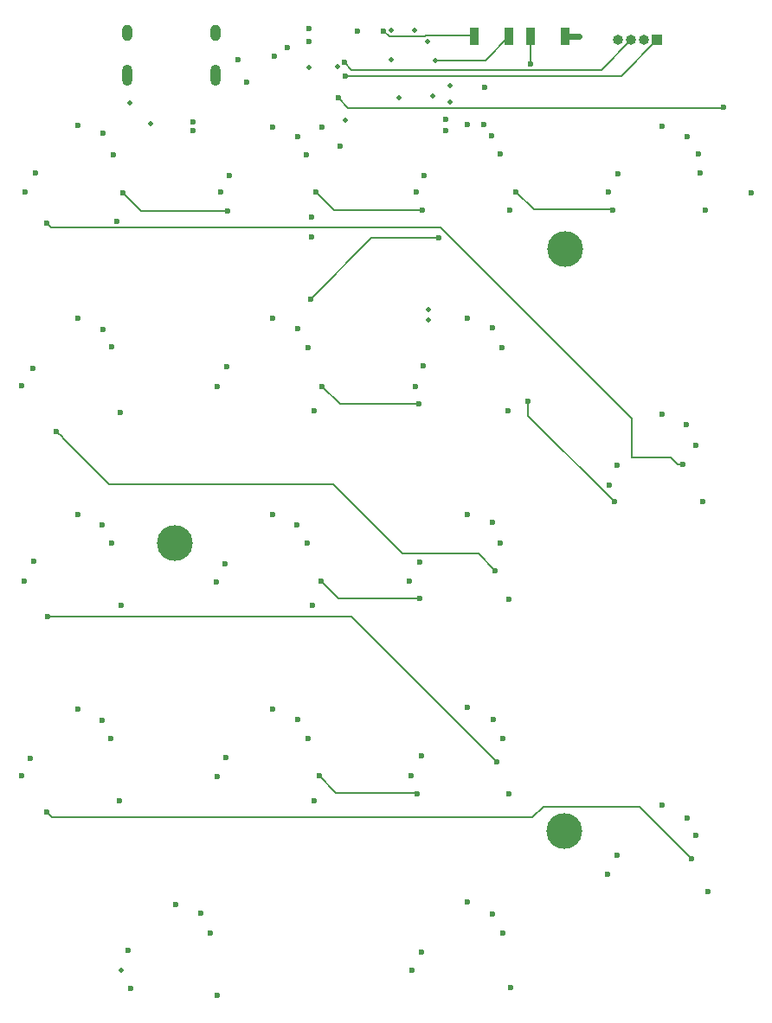
<source format=gtl>
G04 #@! TF.GenerationSoftware,KiCad,Pcbnew,8.0.5*
G04 #@! TF.CreationDate,2024-11-11T15:57:41+01:00*
G04 #@! TF.ProjectId,Klawiatura analogowa,4b6c6177-6961-4747-9572-6120616e616c,rev?*
G04 #@! TF.SameCoordinates,Original*
G04 #@! TF.FileFunction,Copper,L1,Top*
G04 #@! TF.FilePolarity,Positive*
%FSLAX46Y46*%
G04 Gerber Fmt 4.6, Leading zero omitted, Abs format (unit mm)*
G04 Created by KiCad (PCBNEW 8.0.5) date 2024-11-11 15:57:41*
%MOMM*%
%LPD*%
G01*
G04 APERTURE LIST*
G04 #@! TA.AperFunction,ComponentPad*
%ADD10R,1.000000X1.000000*%
G04 #@! TD*
G04 #@! TA.AperFunction,ComponentPad*
%ADD11O,1.000000X1.000000*%
G04 #@! TD*
G04 #@! TA.AperFunction,ComponentPad*
%ADD12C,3.500000*%
G04 #@! TD*
G04 #@! TA.AperFunction,SMDPad,CuDef*
%ADD13R,0.900000X1.700000*%
G04 #@! TD*
G04 #@! TA.AperFunction,ComponentPad*
%ADD14O,1.000000X2.100000*%
G04 #@! TD*
G04 #@! TA.AperFunction,ComponentPad*
%ADD15O,1.000000X1.600000*%
G04 #@! TD*
G04 #@! TA.AperFunction,ViaPad*
%ADD16C,0.600000*%
G04 #@! TD*
G04 #@! TA.AperFunction,ViaPad*
%ADD17C,0.500000*%
G04 #@! TD*
G04 #@! TA.AperFunction,Conductor*
%ADD18C,0.200000*%
G04 #@! TD*
G04 #@! TA.AperFunction,Conductor*
%ADD19C,0.600000*%
G04 #@! TD*
G04 APERTURE END LIST*
D10*
X173200000Y-41650000D03*
D11*
X171930000Y-41650000D03*
X170660000Y-41650000D03*
X169390000Y-41650000D03*
D12*
X164200000Y-62150000D03*
X164150000Y-119050000D03*
D13*
X160850000Y-41300000D03*
X164250000Y-41300000D03*
D12*
X126000000Y-90900000D03*
D13*
X158750000Y-41300000D03*
X155350000Y-41300000D03*
D14*
X130020000Y-45105000D03*
D15*
X130020000Y-40925000D03*
D14*
X121380000Y-45105000D03*
D15*
X121380000Y-40925000D03*
D16*
X137050000Y-42400000D03*
X135800000Y-43200000D03*
X139150000Y-40550000D03*
X132250000Y-43550000D03*
X133100000Y-45800000D03*
X127800000Y-50500003D03*
X127800000Y-49700000D03*
X142200000Y-52050000D03*
X139400000Y-60900000D03*
X156250000Y-49950000D03*
X156350000Y-46300000D03*
X151900000Y-61050000D03*
X139350000Y-67000000D03*
X152500000Y-49450000D03*
X152500000Y-50500000D03*
X146475443Y-40750847D03*
X142700000Y-45150000D03*
X142600000Y-43800000D03*
X160800000Y-43950000D03*
X165550000Y-41300000D03*
D17*
X151313298Y-47119342D03*
X147225000Y-40725000D03*
X151525000Y-43625000D03*
X139200000Y-44300000D03*
D16*
X121506250Y-130780000D03*
D17*
X123650000Y-49850000D03*
D16*
X139700000Y-77900000D03*
X112400000Y-54700000D03*
X177700000Y-86800000D03*
X139400000Y-59000000D03*
X111887500Y-111950000D03*
X112192500Y-73768000D03*
X130200000Y-135200000D03*
X120400000Y-59400000D03*
X157100000Y-69800000D03*
X169337500Y-83302500D03*
X154700000Y-88100000D03*
X138100000Y-69900000D03*
X176100000Y-79300000D03*
X118900000Y-89100000D03*
X150362500Y-73530500D03*
X154650000Y-126050000D03*
X138000000Y-89100000D03*
X131102500Y-73635500D03*
D17*
X152975000Y-46125000D03*
D16*
X178200000Y-125000000D03*
X116600000Y-50000000D03*
X150000000Y-92800000D03*
X135600000Y-50200000D03*
X157000000Y-51000000D03*
D17*
X142725000Y-49525000D03*
X152925000Y-47725000D03*
D16*
X118950000Y-108250000D03*
X158700000Y-96400000D03*
X158600000Y-77900000D03*
X121700000Y-134500000D03*
X157200000Y-108200000D03*
X150187500Y-130912500D03*
X135600000Y-88100000D03*
X112200000Y-92678750D03*
X116600000Y-68900000D03*
X135600000Y-68900000D03*
X158850000Y-134450000D03*
D17*
X149475000Y-40725000D03*
D16*
X139500000Y-97000000D03*
X157150000Y-127200000D03*
D17*
X147975000Y-47275000D03*
X150875000Y-69050000D03*
D16*
X150387500Y-54932500D03*
X169387500Y-54732500D03*
X154700000Y-68900000D03*
X173700000Y-116550000D03*
X139175000Y-41825000D03*
X138050000Y-108150000D03*
X173700000Y-78300000D03*
X128550000Y-127150000D03*
X130950000Y-92900000D03*
D17*
X121600000Y-47800000D03*
X150775000Y-41775000D03*
D16*
X140450000Y-50150000D03*
X154650000Y-107000000D03*
X139650000Y-116150000D03*
X158800000Y-58300000D03*
X176200000Y-117800000D03*
X116550000Y-107150000D03*
X157100000Y-88900000D03*
X182400000Y-56600000D03*
X150137500Y-111732500D03*
X143875000Y-40775000D03*
X120650000Y-116100000D03*
X126100000Y-126250000D03*
D17*
X141975000Y-44225000D03*
D16*
X154700000Y-49900000D03*
X131037500Y-111882500D03*
X173700000Y-50100000D03*
X131400000Y-54900000D03*
X138062500Y-51137500D03*
X177900000Y-58300000D03*
X119000000Y-50800000D03*
X158750000Y-115450000D03*
X116600000Y-88100000D03*
X120800000Y-97000000D03*
X119007500Y-70000000D03*
D17*
X147225000Y-43525000D03*
D16*
X176200000Y-51100000D03*
X135600000Y-107150000D03*
X120700000Y-78100000D03*
X169287500Y-121500000D03*
X177450000Y-54650000D03*
X139000000Y-90900000D03*
X111037500Y-113700000D03*
X138950000Y-52850000D03*
X130187500Y-113732500D03*
X119800000Y-110000000D03*
X129487500Y-129088750D03*
X168537500Y-85202500D03*
X149700000Y-56500000D03*
X119900000Y-71700000D03*
X157900000Y-90900000D03*
X139100000Y-110050000D03*
X111300000Y-94600000D03*
X168387500Y-123300000D03*
X120000000Y-52900000D03*
X177050000Y-119500000D03*
X158100000Y-110050000D03*
X111400000Y-56500000D03*
X158150000Y-129100000D03*
X148968750Y-94650000D03*
X149137500Y-113682500D03*
X149237500Y-132712500D03*
X177250000Y-52800000D03*
X111092500Y-75468000D03*
X130132500Y-94700000D03*
X130550000Y-56500000D03*
X119850000Y-90900000D03*
X157900000Y-52800000D03*
X168487500Y-56532500D03*
X149562500Y-75530500D03*
D17*
X120756250Y-132680000D03*
X150825000Y-68050000D03*
D16*
X139050000Y-71800000D03*
X158050000Y-71800000D03*
X177050000Y-81300000D03*
X130152500Y-75535500D03*
X168850000Y-58275000D03*
X159400000Y-56500000D03*
X150275000Y-58275000D03*
X139850000Y-56525000D03*
X121000000Y-56575000D03*
X131200000Y-58350000D03*
X175700000Y-83200000D03*
X113500000Y-59550000D03*
X169025000Y-86850000D03*
X160600000Y-76975000D03*
X149925000Y-77300000D03*
X140475000Y-75550000D03*
X114400000Y-79950000D03*
X157375000Y-93600000D03*
X150025000Y-96350000D03*
X140325000Y-94600000D03*
X113625000Y-98050000D03*
X157550000Y-112300000D03*
X149750000Y-115450000D03*
X140150000Y-113700000D03*
X113550000Y-117250000D03*
X176600000Y-121800000D03*
X179700000Y-48250000D03*
X142025000Y-47325000D03*
D18*
X162100000Y-116700000D02*
X171500000Y-116700000D01*
X161050000Y-117750000D02*
X162100000Y-116700000D01*
X114050000Y-117750000D02*
X161050000Y-117750000D01*
X113550000Y-117250000D02*
X114050000Y-117750000D01*
X171500000Y-116700000D02*
X176600000Y-121800000D01*
X155725000Y-91950000D02*
X157375000Y-93600000D01*
X148350000Y-91950000D02*
X155725000Y-91950000D01*
X119575000Y-85100000D02*
X141500000Y-85100000D01*
X141500000Y-85100000D02*
X148350000Y-91950000D01*
X115100000Y-80600000D02*
X115100000Y-80625000D01*
X114450000Y-79950000D02*
X115100000Y-80600000D01*
X114400000Y-79950000D02*
X114450000Y-79950000D01*
X115100000Y-80625000D02*
X119575000Y-85100000D01*
X145300000Y-61050000D02*
X151900000Y-61050000D01*
X139350000Y-67000000D02*
X145300000Y-61050000D01*
X150547182Y-41225000D02*
X155275000Y-41225000D01*
X155275000Y-41225000D02*
X155350000Y-41300000D01*
X150497182Y-41275000D02*
X150547182Y-41225000D01*
X146997182Y-41275000D02*
X150497182Y-41275000D01*
X146475443Y-40750847D02*
X146475443Y-40753261D01*
X146475443Y-40753261D02*
X146997182Y-41275000D01*
X156425000Y-43625000D02*
X151525000Y-43625000D01*
X158750000Y-41300000D02*
X156425000Y-43625000D01*
X169700000Y-45150000D02*
X173200000Y-41650000D01*
X142700000Y-45150000D02*
X169700000Y-45150000D01*
X143350000Y-44550000D02*
X142600000Y-43800000D01*
X167760000Y-44550000D02*
X143350000Y-44550000D01*
X170660000Y-41650000D02*
X167760000Y-44550000D01*
X160800000Y-43950000D02*
X160850000Y-43900000D01*
X160850000Y-43900000D02*
X160850000Y-41300000D01*
D19*
X164250000Y-41300000D02*
X165550000Y-41300000D01*
D18*
X168850000Y-58275000D02*
X168825000Y-58250000D01*
X168825000Y-58250000D02*
X161150000Y-58250000D01*
X161150000Y-58250000D02*
X159400000Y-56500000D01*
X150275000Y-58275000D02*
X141600000Y-58275000D01*
X141600000Y-58275000D02*
X139850000Y-56525000D01*
X122775000Y-58350000D02*
X121000000Y-56575000D01*
X131200000Y-58350000D02*
X122775000Y-58350000D01*
X174543685Y-82500000D02*
X175243685Y-83200000D01*
X113500000Y-59550000D02*
X113950000Y-60000000D01*
X152043685Y-60000000D02*
X170775000Y-78731315D01*
X113950000Y-60000000D02*
X152043685Y-60000000D01*
X170775000Y-82500000D02*
X174543685Y-82500000D01*
X170775000Y-78731315D02*
X170775000Y-82500000D01*
X175243685Y-83200000D02*
X175700000Y-83200000D01*
X160600000Y-78425000D02*
X160600000Y-76975000D01*
X169025000Y-86850000D02*
X160600000Y-78425000D01*
X149925000Y-77300000D02*
X142225000Y-77300000D01*
X142225000Y-77300000D02*
X140475000Y-75550000D01*
X142075000Y-96350000D02*
X140325000Y-94600000D01*
X150025000Y-96350000D02*
X142075000Y-96350000D01*
X113625000Y-98050000D02*
X143300000Y-98050000D01*
X143300000Y-98050000D02*
X157550000Y-112300000D01*
X149750000Y-115450000D02*
X149650000Y-115350000D01*
X149650000Y-115350000D02*
X141800000Y-115350000D01*
X141800000Y-115350000D02*
X140150000Y-113700000D01*
X142025000Y-47325000D02*
X142975000Y-48275000D01*
X142975000Y-48275000D02*
X179675000Y-48275000D01*
X179675000Y-48275000D02*
X179700000Y-48250000D01*
M02*

</source>
